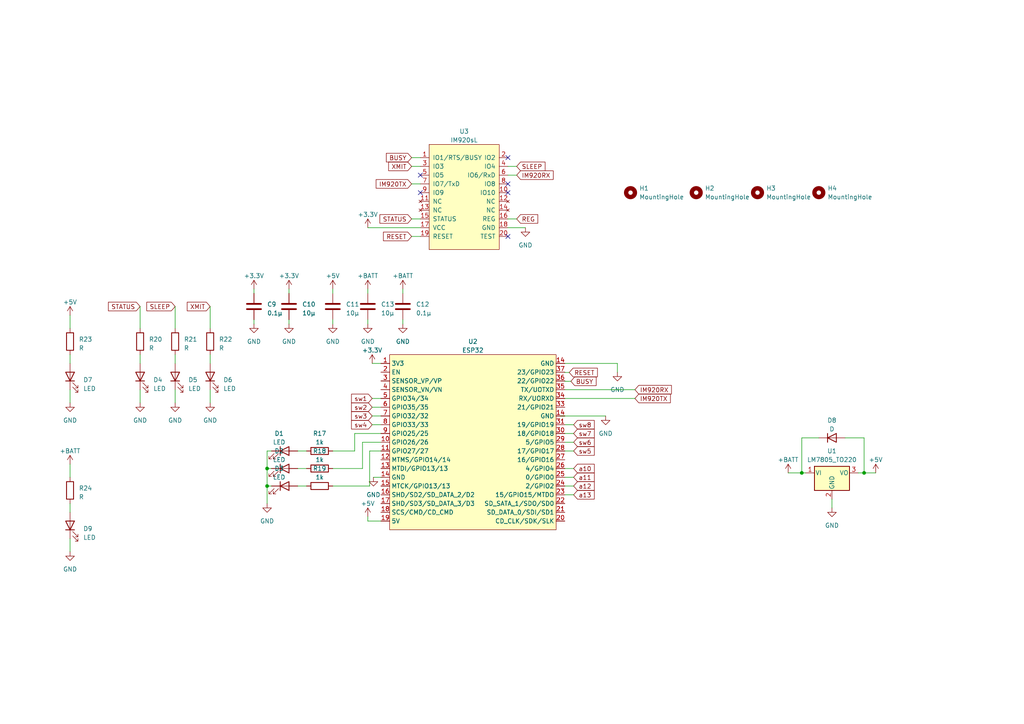
<source format=kicad_sch>
(kicad_sch (version 20230121) (generator eeschema)
  (paper "A4")
  (lib_symbols
    (symbol "Device:C" (pin_numbers hide) (pin_names (offset 0.254))
      (property "Reference" "C" (at 0.635 2.54 0))
      (property "Value" "C" (at 0.635 -2.54 0))
      (symbol "C_0_1"
        (polyline (pts (xy -2.032 -0.762) (xy 2.032 -0.762)) (stroke (width 0.508)))
        (polyline (pts (xy -2.032 0.762) (xy 2.032 0.762)) (stroke (width 0.508)))
      )
      (symbol "C_1_1"
        (pin passive line (at 0 3.81 270) (length 2.794) (name "~") (number "1"))
        (pin passive line (at 0 -3.81 90) (length 2.794) (name "~") (number "2"))
      )
    )
    (symbol "Device:D" (pin_numbers hide) (pin_names (offset 1.016) hide)
      (property "Reference" "D" (at 0 2.54 0))
      (property "Value" "D" (at 0 -2.54 0))
      (symbol "D_0_1"
        (polyline (pts (xy -1.27 1.27) (xy -1.27 -1.27)) (stroke (width 0.254)))
        (polyline (pts (xy 1.27 0) (xy -1.27 0)))
        (polyline (pts (xy 1.27 1.27) (xy 1.27 -1.27) (xy -1.27 0) (xy 1.27 1.27)) (stroke (width 0.254)))
      )
      (symbol "D_1_1"
        (pin passive line (at -3.81 0 0) (length 2.54) (name "K") (number "1"))
        (pin passive line (at 3.81 0 180) (length 2.54) (name "A") (number "2"))
      )
    )
    (symbol "Device:LED" (pin_numbers hide) (pin_names (offset 1.016) hide)
      (property "Reference" "D" (at 0 2.54 0))
      (property "Value" "LED" (at 0 -2.54 0))
      (symbol "LED_0_1"
        (polyline (pts (xy -1.27 -1.27) (xy -1.27 1.27)) (stroke (width 0.254)))
        (polyline (pts (xy -1.27 0) (xy 1.27 0)))
        (polyline (pts (xy 1.27 -1.27) (xy 1.27 1.27) (xy -1.27 0) (xy 1.27 -1.27)) (stroke (width 0.254)))
        (polyline (pts (xy -3.048 -0.762) (xy -4.572 -2.286) (xy -3.81 -2.286) (xy -4.572 -2.286) (xy -4.572 -1.524)))
        (polyline (pts (xy -1.778 -0.762) (xy -3.302 -2.286) (xy -2.54 -2.286) (xy -3.302 -2.286) (xy -3.302 -1.524)))
      )
      (symbol "LED_1_1"
        (pin passive line (at -3.81 0 0) (length 2.54) (name "K") (number "1"))
        (pin passive line (at 3.81 0 180) (length 2.54) (name "A") (number "2"))
      )
    )
    (symbol "Device:R" (pin_numbers hide) (pin_names (offset 0))
      (property "Reference" "R" (at 2.032 0 90))
      (property "Value" "R" (at 0 0 90))
      (symbol "R_0_1"
        (rectangle (start -1.016 -2.54) (end 1.016 2.54) (stroke (width 0.254)))
      )
      (symbol "R_1_1"
        (pin passive line (at 0 3.81 270) (length 1.27) (name "~") (number "1"))
        (pin passive line (at 0 -3.81 90) (length 1.27) (name "~") (number "2"))
      )
    )
    (symbol "ESP32:ESP32"
      (property "Reference" "U" (at 0 0 0))
      (property "Value" "ESP32" (at 0 0 0))
      (symbol "ESP32_1_1"
        (rectangle (start -24.13 24.13) (end 24.13 -26.67) (fill (type background)))
        (pin power_out line (at -26.67 21.59 0) (length 2.54) (name "3V3") (number "1"))
        (pin bidirectional line (at -26.67 -1.27 0) (length 2.54) (name "GPIO26/26") (number "10"))
        (pin bidirectional line (at -26.67 -3.81 0) (length 2.54) (name "GPIO27/27") (number "11"))
        (pin bidirectional line (at -26.67 -6.35 0) (length 2.54) (name "MTMS/GPIO14/14") (number "12"))
        (pin bidirectional line (at -26.67 -8.89 0) (length 2.54) (name "MTDI/GPIO13/13") (number "13"))
        (pin power_out line (at -26.67 -11.43 0) (length 2.54) (name "GND") (number "14"))
        (pin power_out line (at 26.67 6.35 180) (length 2.54) (name "GND") (number "14"))
        (pin power_out line (at 26.67 21.59 180) (length 2.54) (name "GND") (number "14"))
        (pin bidirectional line (at -26.67 -13.97 0) (length 2.54) (name "MTCK/GPIO13/13") (number "15"))
        (pin bidirectional line (at -26.67 -16.51 0) (length 2.54) (name "SHD/SD2/SD_DATA_2/D2") (number "16"))
        (pin bidirectional line (at -26.67 -19.05 0) (length 2.54) (name "SHD/SD3/SD_DATA_3/D3") (number "17"))
        (pin bidirectional line (at -26.67 -21.59 0) (length 2.54) (name "SCS/CMD/CD_CMD") (number "18"))
        (pin power_out line (at -26.67 -24.13 0) (length 2.54) (name "5V") (number "19"))
        (pin input line (at -26.67 19.05 0) (length 2.54) (name "EN") (number "2"))
        (pin bidirectional line (at 26.67 -24.13 180) (length 2.54) (name "CD_CLK/SDK/SLK") (number "20"))
        (pin bidirectional line (at 26.67 -21.59 180) (length 2.54) (name "SD_DATA_0/SDI/SD1") (number "21"))
        (pin bidirectional line (at 26.67 -19.05 180) (length 2.54) (name "SD_SATA_1/SDO/SD0") (number "22"))
        (pin bidirectional line (at 26.67 -16.51 180) (length 2.54) (name "15/GPIO15/MTDO") (number "23"))
        (pin bidirectional line (at 26.67 -13.97 180) (length 2.54) (name "2/GPIO2") (number "24"))
        (pin bidirectional line (at 26.67 -11.43 180) (length 2.54) (name "0/GPIO0") (number "25"))
        (pin bidirectional line (at 26.67 -8.89 180) (length 2.54) (name "4/GPIO4") (number "26"))
        (pin bidirectional line (at 26.67 -6.35 180) (length 2.54) (name "16/GPIO16") (number "27"))
        (pin bidirectional line (at 26.67 -3.81 180) (length 2.54) (name "17/GPIO17") (number "28"))
        (pin bidirectional line (at 26.67 -1.27 180) (length 2.54) (name "5/GPIO5") (number "29"))
        (pin input line (at -26.67 16.51 0) (length 2.54) (name "SENSOR_VP/VP") (number "3"))
        (pin bidirectional line (at 26.67 1.27 180) (length 2.54) (name "18/GPIO18") (number "30"))
        (pin bidirectional line (at 26.67 3.81 180) (length 2.54) (name "19/GPIO19") (number "31"))
        (pin bidirectional line (at 26.67 8.89 180) (length 2.54) (name "21/GPIO21") (number "33"))
        (pin bidirectional line (at 26.67 11.43 180) (length 2.54) (name "RX/UORXD") (number "34"))
        (pin bidirectional line (at 26.67 13.97 180) (length 2.54) (name "TX/UOTXD") (number "35"))
        (pin bidirectional line (at 26.67 16.51 180) (length 2.54) (name "22/GPIO22") (number "36"))
        (pin bidirectional line (at 26.67 19.05 180) (length 2.54) (name "23/GPIO23") (number "37"))
        (pin input line (at -26.67 13.97 0) (length 2.54) (name "SENSOR_VN/VN") (number "4"))
        (pin bidirectional line (at -26.67 11.43 0) (length 2.54) (name "GPIO34/34") (number "5"))
        (pin bidirectional line (at -26.67 8.89 0) (length 2.54) (name "GPIO35/35") (number "6"))
        (pin bidirectional line (at -26.67 6.35 0) (length 2.54) (name "GPIO32/32") (number "7"))
        (pin bidirectional line (at -26.67 3.81 0) (length 2.54) (name "GPIO33/33") (number "8"))
        (pin bidirectional line (at -26.67 1.27 0) (length 2.54) (name "GPIO25/25") (number "9"))
      )
    )
    (symbol "Mechanical:MountingHole" (pin_names (offset 1.016))
      (property "Reference" "H" (at 0 5.08 0))
      (property "Value" "MountingHole" (at 0 3.175 0))
      (symbol "MountingHole_0_1"
        (circle (center 0 0) (radius 1.27) (stroke (width 1.27)))
      )
    )
    (symbol "Regulator_Linear:LM7805_TO220" (pin_names (offset 0.254))
      (property "Reference" "U" (at -3.81 3.175 0))
      (property "Value" "LM7805_TO220" (at 0 3.175 0))
      (symbol "LM7805_TO220_0_1"
        (rectangle (start -5.08 1.905) (end 5.08 -5.08) (stroke (width 0.254)) (fill (type background)))
      )
      (symbol "LM7805_TO220_1_1"
        (pin power_in line (at -7.62 0 0) (length 2.54) (name "VI") (number "1"))
        (pin power_in line (at 0 -7.62 90) (length 2.54) (name "GND") (number "2"))
        (pin power_out line (at 7.62 0 180) (length 2.54) (name "VO") (number "3"))
      )
    )
    (symbol "Switch:SW_DIP_x01" (pin_names (offset 0) hide)
      (property "Reference" "SW" (at 0 3.81 0))
      (property "Value" "SW_DIP_x01" (at 0 -3.81 0))
      (symbol "SW_DIP_x01_0_0"
        (circle (center -2.032 0) (radius 0.508))
        (polyline (pts (xy -1.524 0.127) (xy 2.3622 1.1684)))
        (circle (center 2.032 0) (radius 0.508))
      )
      (symbol "SW_DIP_x01_0_1"
        (rectangle (start -3.81 2.54) (end 3.81 -2.54) (stroke (width 0.254)) (fill (type background)))
      )
      (symbol "SW_DIP_x01_1_1"
        (pin passive line (at -7.62 0 0) (length 5.08) (name "~") (number "1"))
        (pin passive line (at 7.62 0 180) (length 5.08) (name "~") (number "2"))
      )
    )
    (symbol "interplan:IM920sL" (pin_names (offset 1.016))
      (property "Reference" "U" (at 0 15.24 0))
      (property "Value" "IM920sL" (at 0 -17.78 0))
      (symbol "IM920sL_0_1"
        (rectangle (start -10.16 13.97) (end 10.16 -16.51) (fill (type background)))
      )
      (symbol "IM920sL_1_1"
        (pin input line (at -12.7 10.16 0) (length 2.54) (name "IO1/RTS/BUSY") (number "1"))
        (pin input line (at 12.7 0 180) (length 2.54) (name "IO10") (number "10"))
        (pin no_connect line (at -12.7 -2.54 0) (length 2.54) (name "NC") (number "11"))
        (pin no_connect line (at 12.7 -2.54 180) (length 2.54) (name "NC") (number "12"))
        (pin no_connect line (at -12.7 -5.08 0) (length 2.54) (name "NC") (number "13"))
        (pin no_connect line (at 12.7 -5.08 180) (length 2.54) (name "NC") (number "14"))
        (pin input line (at -12.7 -7.62 0) (length 2.54) (name "STATUS") (number "15"))
        (pin input line (at 12.7 -7.62 180) (length 2.54) (name "REG") (number "16"))
        (pin input line (at -12.7 -10.16 0) (length 2.54) (name "VCC") (number "17"))
        (pin input line (at 12.7 -10.16 180) (length 2.54) (name "GND") (number "18"))
        (pin input line (at -12.7 -12.7 0) (length 2.54) (name "RESET") (number "19"))
        (pin input line (at 12.7 10.16 180) (length 2.54) (name "IO2") (number "2"))
        (pin input line (at 12.7 -12.7 180) (length 2.54) (name "TEST") (number "20"))
        (pin input line (at -12.7 7.62 0) (length 2.54) (name "IO3") (number "3"))
        (pin input line (at 12.7 7.62 180) (length 2.54) (name "IO4") (number "4"))
        (pin input line (at -12.7 5.08 0) (length 2.54) (name "IO5") (number "5"))
        (pin input line (at 12.7 5.08 180) (length 2.54) (name "IO6/RxD") (number "6"))
        (pin input line (at -12.7 2.54 0) (length 2.54) (name "IO7/TxD") (number "7"))
        (pin input line (at 12.7 2.54 180) (length 2.54) (name "IO8") (number "8"))
        (pin input line (at -12.7 0 0) (length 2.54) (name "IO9") (number "9"))
      )
    )
    (symbol "power:+3.3V" (power) (pin_names (offset 0))
      (property "Value" "+3.3V" (at 0 3.556 0))
      (symbol "+3.3V_0_1"
        (polyline (pts (xy -0.762 1.27) (xy 0 2.54)))
        (polyline (pts (xy 0 0) (xy 0 2.54)))
        (polyline (pts (xy 0 2.54) (xy 0.762 1.27)))
      )
      (symbol "+3.3V_1_1"
        (pin power_in line (at 0 0 90) (length 0) hide (name "+3.3V") (number "1"))
      )
    )
    (symbol "power:+5V" (power) (pin_names (offset 0))
      (property "Value" "+5V" (at 0 3.556 0))
      (symbol "+5V_0_1"
        (polyline (pts (xy -0.762 1.27) (xy 0 2.54)))
        (polyline (pts (xy 0 0) (xy 0 2.54)))
        (polyline (pts (xy 0 2.54) (xy 0.762 1.27)))
      )
      (symbol "+5V_1_1"
        (pin power_in line (at 0 0 90) (length 0) hide (name "+5V") (number "1"))
      )
    )
    (symbol "power:+BATT" (power) (pin_names (offset 0))
      (property "Value" "+BATT" (at 0 3.556 0))
      (symbol "+BATT_0_1"
        (polyline (pts (xy -0.762 1.27) (xy 0 2.54)))
        (polyline (pts (xy 0 0) (xy 0 2.54)))
        (polyline (pts (xy 0 2.54) (xy 0.762 1.27)))
      )
      (symbol "+BATT_1_1"
        (pin power_in line (at 0 0 90) (length 0) hide (name "+BATT") (number "1"))
      )
    )
    (symbol "power:GND" (power) (pin_names (offset 0))
      (property "Value" "GND" (at 0 -3.81 0))
      (symbol "GND_0_1"
        (polyline (pts (xy 0 0) (xy 0 -1.27) (xy 1.27 -1.27) (xy 0 -2.54) (xy -1.27 -1.27) (xy 0 -1.27)))
      )
      (symbol "GND_1_1"
        (pin power_in line (at 0 0 270) (length 0) hide (name "GND") (number "1"))
      )
    )
    (symbol "s-ken:TOGGLE"
      (property "Reference" "SW" (at -6.731 -2.667 90))
      (property "Value" "TOGGLE" (at 4.953 -5.08 90))
      (symbol "TOGGLE_1_0"
        (polyline (pts (xy -6.35 -1.905) (xy -5.08 -1.905)) (stroke (width 0.254)))
        (polyline (pts (xy -6.35 0) (xy -6.35 -1.905)) (stroke (width 0.254)))
        (polyline (pts (xy -6.35 0) (xy -4.445 0)) (stroke (width 0.1524)))
        (polyline (pts (xy -6.35 1.905) (xy -6.35 0)) (stroke (width 0.254)))
        (polyline (pts (xy -6.35 1.905) (xy -5.08 1.905)) (stroke (width 0.254)))
        (polyline (pts (xy -3.175 0) (xy -3.81 0)) (stroke (width 0.1524)))
        (polyline (pts (xy -2.54 2.54) (xy -2.54 3.175)) (stroke (width 0.254)))
        (polyline (pts (xy -2.54 2.54) (xy -1.27 2.54)) (stroke (width 0.254)))
        (polyline (pts (xy -1.905 0) (xy -2.54 0)) (stroke (width 0.1524)))
        (polyline (pts (xy -0.889 0) (xy -1.27 0)) (stroke (width 0.1524)))
        (polyline (pts (xy 0 -3.175) (xy 0 -2.54)) (stroke (width 0.254)))
        (polyline (pts (xy 0 -2.54) (xy -1.905 3.175)) (stroke (width 0.254)))
        (polyline (pts (xy 1.27 2.54) (xy 2.54 2.54)) (stroke (width 0.254)))
        (polyline (pts (xy 2.54 2.54) (xy 2.54 3.175)) (stroke (width 0.254)))
        (pin passive line (at -2.54 5.08 270) (length 2.54) (name "O") (number "1"))
        (pin passive line (at 0 -5.08 90) (length 2.54) (name "P") (number "2"))
        (pin passive line (at 2.54 5.08 270) (length 2.54) (name "S") (number "3"))
      )
    )
  )
  (junction (at 332.74 204.47))
  (junction (at 77.47 140.97))
  (junction (at 335.28 -6.35))
  (junction (at 77.47 135.89))
  (junction (at 335.28 -52.07))
  (junction (at 332.74 254))
  (junction (at 335.28 36.83))
  (junction (at 332.74 162.56))
  (junction (at 232.5516 137.16))
  (junction (at 250.6234 137.16))
  (junction (at 334.01 81.28))
  (junction (at 332.74 120.65))
  (no_connect (at 121.92 50.8))
  (no_connect (at 147.32 68.58))
  (no_connect (at 121.92 55.88))
  (no_connect (at 147.32 45.72))
  (no_connect (at 147.32 55.88))
  (no_connect (at 147.32 53.34))
  (wire (pts (xy 106.68 149.86) (xy 106.68 151.13)))
  (wire (pts (xy 86.36 130.81) (xy 88.9 130.81)))
  (wire (pts (xy 165.1 108.0355) (xy 163.83 108.0355)))
  (wire (pts (xy 331.47 -6.35) (xy 335.28 -6.35)))
  (wire (pts (xy 237.49 127) (xy 232.5516 127)))
  (wire (pts (xy 162.56 120.6539) (xy 162.56 120.65)))
  (wire (pts (xy 96.52 140.97) (xy 107.2172 140.97)))
  (wire (pts (xy 60.96 102.87) (xy 60.96 105.41)))
  (wire (pts (xy 332.74 254) (xy 336.55 254)))
  (wire (pts (xy 96.52 135.89) (xy 105.1439 135.89)))
  (wire (pts (xy 335.28 -6.35) (xy 339.09 -6.35)))
  (wire (pts (xy 307.34 -49.53) (xy 307.34 -52.07)))
  (wire (pts (xy 334.01 81.28) (xy 334.01 86.36)))
  (wire (pts (xy 163.83 128.27) (xy 166.37 128.27)))
  (wire (pts (xy 116.84 83.82) (xy 116.84 85.09)))
  (wire (pts (xy 346.71 -6.35) (xy 349.25 -6.35)))
  (wire (pts (xy 106.68 83.82) (xy 106.68 85.09)))
  (wire (pts (xy 107.2172 140.97) (xy 107.2172 130.81)))
  (wire (pts (xy 163.83 130.81) (xy 166.37 130.81)))
  (wire (pts (xy 86.36 140.97) (xy 88.9 140.97)))
  (wire (pts (xy 332.74 177.8) (xy 332.74 175.26)))
  (wire (pts (xy 107.2172 130.81) (xy 110.49 130.81)))
  (wire (pts (xy 107.95 120.65) (xy 110.49 120.65)))
  (wire (pts (xy 232.5516 127) (xy 232.5516 137.16)))
  (wire (pts (xy 96.52 83.82) (xy 96.52 85.09)))
  (wire (pts (xy 163.83 105.41) (xy 179.07 105.41)))
  (wire (pts (xy 111.0782 138.43) (xy 110.49 138.43)))
  (wire (pts (xy 96.52 92.71) (xy 96.52 93.98)))
  (wire (pts (xy 304.8 123.19) (xy 304.8 120.65)))
  (wire (pts (xy 119.38 53.34) (xy 121.92 53.34)))
  (wire (pts (xy 163.83 143.51) (xy 166.37 143.51)))
  (wire (pts (xy 335.28 -6.35) (xy 335.28 -1.27)))
  (wire (pts (xy 232.5516 137.16) (xy 233.68 137.16)))
  (wire (pts (xy 105.1439 128.27) (xy 110.49 128.27)))
  (wire (pts (xy 332.74 269.24) (xy 332.74 266.7)))
  (wire (pts (xy 111.0782 138.4339) (xy 111.0782 138.43)))
  (wire (pts (xy 245.11 127) (xy 250.6234 127)))
  (wire (pts (xy 331.47 36.83) (xy 335.28 36.83)))
  (wire (pts (xy 147.32 50.8) (xy 149.86 50.8)))
  (wire (pts (xy 73.66 83.82) (xy 73.66 85.09)))
  (wire (pts (xy 335.28 36.83) (xy 335.28 41.91)))
  (wire (pts (xy 163.83 135.89) (xy 166.37 135.89)))
  (wire (pts (xy 20.32 113.03) (xy 20.32 116.84)))
  (wire (pts (xy 107.95 115.57) (xy 110.49 115.57)))
  (wire (pts (xy 77.47 140.97) (xy 78.74 140.97)))
  (wire (pts (xy 77.47 146.05) (xy 77.47 140.97)))
  (wire (pts (xy 344.17 204.47) (xy 345.44 204.47)))
  (wire (pts (xy 119.38 48.26) (xy 121.92 48.26)))
  (wire (pts (xy 320.04 204.47) (xy 321.31 204.47)))
  (wire (pts (xy 306.07 83.82) (xy 306.07 81.28)))
  (wire (pts (xy 332.74 219.71) (xy 332.74 217.17)))
  (wire (pts (xy 332.74 120.65) (xy 332.74 125.73)))
  (wire (pts (xy 149.86 48.26) (xy 147.32 48.26)))
  (wire (pts (xy 96.52 130.81) (xy 102.87 130.81)))
  (wire (pts (xy 335.28 -36.83) (xy 335.28 -39.37)))
  (wire (pts (xy 50.8 88.9) (xy 50.8 95.25)))
  (wire (pts (xy 73.66 92.71) (xy 73.66 93.98)))
  (wire (pts (xy 83.82 92.71) (xy 83.82 93.98)))
  (wire (pts (xy 60.96 88.9) (xy 60.96 95.25)))
  (wire (pts (xy 119.38 63.5) (xy 121.92 63.5)))
  (wire (pts (xy 345.44 81.28) (xy 347.98 81.28)))
  (wire (pts (xy 344.17 254) (xy 346.71 254)))
  (wire (pts (xy 331.47 -52.07) (xy 335.28 -52.07)))
  (wire (pts (xy 162.56 120.65) (xy 163.83 120.65)))
  (wire (pts (xy 163.83 110.5904) (xy 163.83 110.49)))
  (wire (pts (xy 40.64 88.9) (xy 40.64 95.25)))
  (wire (pts (xy 344.17 162.56) (xy 345.44 162.56)))
  (wire (pts (xy 102.87 125.73) (xy 110.49 125.73)))
  (wire (pts (xy 106.68 151.13) (xy 110.49 151.13)))
  (wire (pts (xy 108.311 138.4339) (xy 111.0782 138.4339)))
  (wire (pts (xy 328.93 120.65) (xy 332.74 120.65)))
  (wire (pts (xy 335.28 36.83) (xy 339.09 36.83)))
  (wire (pts (xy 107.95 118.11) (xy 110.49 118.11)))
  (wire (pts (xy 105.1439 135.89) (xy 105.1439 128.27)))
  (wire (pts (xy 332.74 204.47) (xy 332.74 209.55)))
  (wire (pts (xy 40.64 113.03) (xy 40.64 116.84)))
  (wire (pts (xy 119.38 68.58) (xy 121.92 68.58)))
  (wire (pts (xy 250.6234 137.16) (xy 254 137.16)))
  (wire (pts (xy 163.83 138.43) (xy 166.37 138.43)))
  (wire (pts (xy 248.92 137.16) (xy 250.6234 137.16)))
  (wire (pts (xy 163.83 140.97) (xy 166.37 140.97)))
  (wire (pts (xy 335.28 -52.07) (xy 339.09 -52.07)))
  (wire (pts (xy 60.96 113.03) (xy 60.96 116.84)))
  (wire (pts (xy 332.74 120.65) (xy 336.55 120.65)))
  (wire (pts (xy 332.74 254) (xy 332.74 259.08)))
  (wire (pts (xy 332.74 204.47) (xy 336.55 204.47)))
  (wire (pts (xy 163.83 123.19) (xy 166.37 123.19)))
  (wire (pts (xy 165.5781 110.5904) (xy 163.83 110.5904)))
  (wire (pts (xy 308.61 259.08) (xy 308.61 256.54)))
  (wire (pts (xy 110.49 105.41) (xy 107.95 105.41)))
  (wire (pts (xy 83.82 83.82) (xy 83.82 85.09)))
  (wire (pts (xy 102.87 130.81) (xy 102.87 125.73)))
  (wire (pts (xy 328.93 162.56) (xy 332.74 162.56)))
  (wire (pts (xy 147.32 66.04) (xy 152.4 66.04)))
  (wire (pts (xy 106.68 66.04) (xy 121.92 66.04)))
  (wire (pts (xy 320.04 120.65) (xy 321.31 120.65)))
  (wire (pts (xy 20.32 156.21) (xy 20.32 160.02)))
  (wire (pts (xy 175.6581 120.6539) (xy 162.56 120.6539)))
  (wire (pts (xy 321.31 81.28) (xy 322.58 81.28)))
  (wire (pts (xy 77.47 135.89) (xy 77.47 130.81)))
  (wire (pts (xy 318.77 254) (xy 321.31 254)))
  (wire (pts (xy 328.93 204.47) (xy 332.74 204.47)))
  (wire (pts (xy 322.58 -52.07) (xy 323.85 -52.07)))
  (wire (pts (xy 86.36 135.89) (xy 88.9 135.89)))
  (wire (pts (xy 20.32 134.62) (xy 20.32 138.43)))
  (wire (pts (xy 250.6234 127) (xy 250.6234 137.16)))
  (wire (pts (xy 228.6 137.16) (xy 232.5516 137.16)))
  (wire (pts (xy 334.01 96.52) (xy 334.01 93.98)))
  (wire (pts (xy 332.74 162.56) (xy 336.55 162.56)))
  (wire (pts (xy 346.71 36.83) (xy 349.25 36.83)))
  (wire (pts (xy 304.8 207.01) (xy 304.8 204.47)))
  (wire (pts (xy 322.58 36.83) (xy 323.85 36.83)))
  (wire (pts (xy 50.8 102.87) (xy 50.8 105.41)))
  (wire (pts (xy 163.83 113.03) (xy 184.15 113.03)))
  (wire (pts (xy 334.01 81.28) (xy 337.82 81.28)))
  (wire (pts (xy 320.04 162.56) (xy 321.31 162.56)))
  (wire (pts (xy 346.71 -52.07) (xy 349.25 -52.07)))
  (wire (pts (xy 149.86 63.5) (xy 147.32 63.5)))
  (wire (pts (xy 77.47 130.81) (xy 78.74 130.81)))
  (wire (pts (xy 332.74 135.89) (xy 332.74 133.35)))
  (wire (pts (xy 307.34 -3.81) (xy 307.34 -6.35)))
  (wire (pts (xy 163.83 108.0355) (xy 163.83 107.95)))
  (wire (pts (xy 77.47 135.89) (xy 78.74 135.89)))
  (wire (pts (xy 163.83 125.73) (xy 166.37 125.73)))
  (wire (pts (xy 20.32 91.44) (xy 20.32 95.25)))
  (wire (pts (xy 179.07 105.41) (xy 179.07 107.95)))
  (wire (pts (xy 322.58 -6.35) (xy 323.85 -6.35)))
  (wire (pts (xy 241.3 144.78) (xy 241.3 147.32)))
  (wire (pts (xy 119.38 45.72) (xy 121.92 45.72)))
  (wire (pts (xy 40.64 102.87) (xy 40.64 105.41)))
  (wire (pts (xy 307.34 39.37) (xy 307.34 36.83)))
  (wire (pts (xy 328.93 254) (xy 332.74 254)))
  (wire (pts (xy 304.8 165.1) (xy 304.8 162.56)))
  (wire (pts (xy 163.83 115.57) (xy 184.15 115.57)))
  (wire (pts (xy 116.84 92.71) (xy 116.84 93.98)))
  (wire (pts (xy 335.28 -52.07) (xy 335.28 -46.99)))
  (wire (pts (xy 332.74 162.56) (xy 332.74 167.64)))
  (wire (pts (xy 335.28 52.07) (xy 335.28 49.53)))
  (wire (pts (xy 330.2 81.28) (xy 334.01 81.28)))
  (wire (pts (xy 20.32 146.05) (xy 20.32 148.59)))
  (wire (pts (xy 50.8 113.03) (xy 50.8 116.84)))
  (wire (pts (xy 106.68 92.71) (xy 106.68 93.98)))
  (wire (pts (xy 335.28 8.89) (xy 335.28 6.35)))
  (wire (pts (xy 107.95 123.19) (xy 110.49 123.19)))
  (wire (pts (xy 77.47 140.97) (xy 77.47 135.89)))
  (wire (pts (xy 20.32 102.87) (xy 20.32 105.41)))
  (wire (pts (xy 344.17 120.65) (xy 346.71 120.65)))
  (global_label "sw7" (shape input) (at 166.37 125.73 0) (property "Intersheetrefs" "${INTERSHEET_REFS}" (effects hide)))
  (global_label "a12" (shape input) (at 166.37 140.97 0) (property "Intersheetrefs" "${INTERSHEET_REFS}" (effects hide)))
  (global_label "sw1" (shape input) (at 349.25 -52.07 0) (property "Intersheetrefs" "${INTERSHEET_REFS}" (effects hide)))
  (global_label "sw4" (shape input) (at 107.95 123.19 180) (property "Intersheetrefs" "${INTERSHEET_REFS}" (effects hide)))
  (global_label "REG" (shape input) (at 149.86 63.5 0) (property "Intersheetrefs" "${INTERSHEET_REFS}" (effects hide)))
  (global_label "XMIT" (shape input) (at 60.96 88.9 180) (property "Intersheetrefs" "${INTERSHEET_REFS}" (effects hide)))
  (global_label "a11" (shape input) (at 166.37 138.43 0) (property "Intersheetrefs" "${INTERSHEET_REFS}" (effects hide)))
  (global_label "sw1" (shape input) (at 107.95 115.57 180) (property "Intersheetrefs" "${INTERSHEET_REFS}" (effects hide)))
  (global_label "sw2" (shape input) (at 107.95 118.11 180) (property "Intersheetrefs" "${INTERSHEET_REFS}" (effects hide)))
  (global_label "sw7" (shape input) (at 345.44 162.56 0) (property "Intersheetrefs" "${INTERSHEET_REFS}" (effects hide)))
  (global_label "IM920RX" (shape input) (at 184.15 113.03 0) (property "Intersheetrefs" "${INTERSHEET_REFS}" (effects hide)))
  (global_label "IM920TX" (shape input) (at 184.15 115.57 0) (property "Intersheetrefs" "${INTERSHEET_REFS}" (effects hide)))
  (global_label "sw2" (shape input) (at 349.25 -6.35 0) (property "Intersheetrefs" "${INTERSHEET_REFS}" (effects hide)))
  (global_label "RESET" (shape input) (at 119.38 68.58 180) (property "Intersheetrefs" "${INTERSHEET_REFS}" (effects hide)))
  (global_label "sw4" (shape input) (at 347.98 81.28 0) (property "Intersheetrefs" "${INTERSHEET_REFS}" (effects hide)))
  (global_label "sw3" (shape input) (at 107.95 120.65 180) (property "Intersheetrefs" "${INTERSHEET_REFS}" (effects hide)))
  (global_label "BUSY" (shape input) (at 165.5781 110.5904 0) (property "Intersheetrefs" "${INTERSHEET_REFS}" (effects hide)))
  (global_label "sw6" (shape input) (at 166.37 128.27 0) (property "Intersheetrefs" "${INTERSHEET_REFS}" (effects hide)))
  (global_label "sw5" (shape input) (at 346.71 254 0) (property "Intersheetrefs" "${INTERSHEET_REFS}" (effects hide)))
  (global_label "sw5" (shape input) (at 166.37 130.81 0) (property "Intersheetrefs" "${INTERSHEET_REFS}" (effects hide)))
  (global_label "SLEEP" (shape input) (at 50.8 88.9 180) (property "Intersheetrefs" "${INTERSHEET_REFS}" (effects hide)))
  (global_label "BUSY" (shape input) (at 119.38 45.72 180) (property "Intersheetrefs" "${INTERSHEET_REFS}" (effects hide)))
  (global_label "STATUS" (shape input) (at 40.64 88.9 180) (property "Intersheetrefs" "${INTERSHEET_REFS}" (effects hide)))
  (global_label "SLEEP" (shape input) (at 149.86 48.26 0) (property "Intersheetrefs" "${INTERSHEET_REFS}" (effects hide)))
  (global_label "a10" (shape input) (at 166.37 135.89 0) (property "Intersheetrefs" "${INTERSHEET_REFS}" (effects hide)))
  (global_label "sw3" (shape input) (at 349.25 36.83 0) (property "Intersheetrefs" "${INTERSHEET_REFS}" (effects hide)))
  (global_label "IM920RX" (shape input) (at 149.86 50.8 0) (property "Intersheetrefs" "${INTERSHEET_REFS}" (effects hide)))
  (global_label "sw8" (shape input) (at 345.44 204.47 0) (property "Intersheetrefs" "${INTERSHEET_REFS}" (effects hide)))
  (global_label "RESET" (shape input) (at 165.1 108.0355 0) (property "Intersheetrefs" "${INTERSHEET_REFS}" (effects hide)))
  (global_label "sw6" (shape input) (at 346.71 120.65 0) (property "Intersheetrefs" "${INTERSHEET_REFS}" (effects hide)))
  (global_label "STATUS" (shape input) (at 119.38 63.5 180) (property "Intersheetrefs" "${INTERSHEET_REFS}" (effects hide)))
  (global_label "sw8" (shape input) (at 166.37 123.19 0) (property "Intersheetrefs" "${INTERSHEET_REFS}" (effects hide)))
  (global_label "IM920TX" (shape input) (at 119.38 53.34 180) (property "Intersheetrefs" "${INTERSHEET_REFS}" (effects hide)))
  (global_label "a13" (shape input) (at 166.37 143.51 0) (property "Intersheetrefs" "${INTERSHEET_REFS}" (effects hide)))
  (global_label "XMIT" (shape input) (at 119.38 48.26 180) (property "Intersheetrefs" "${INTERSHEET_REFS}" (effects hide)))
  (symbol (lib_id "interplan:IM920sL") (at 134.62 55.88 0) (unit 1)
    (property "Reference" "U3" (at 134.62 38.1 0))
    (property "Value" "IM920sL" (at 134.62 40.64 0))
    (property "Footprint" "interplan:IM920c-ADP_1" (effects hide))
  )
  (symbol (lib_id "ESP32:ESP32") (at 137.16 127 0) (unit 1)
    (property "Reference" "U2" (at 137.16 99.06 0))
    (property "Value" "ESP32" (at 137.16 101.6 0))
    (property "Footprint" "Boad_dev:ESP32-DevKitC" (effects hide))
  )
  (symbol (lib_id "Device:C") (at 96.52 88.9 0) (unit 1)
    (property "Reference" "C11" (at 100.33 88.265 0) (effects (justify left)))
    (property "Value" "10μ" (at 100.33 90.805 0) (effects (justify left)))
    (property "Footprint" "Capacitor_THT:C_Disc_D3.0mm_W1.6mm_P2.50mm" (effects hide))
  )
  (symbol (lib_id "Device:R") (at 342.9 36.83 270) (unit 1)
    (property "Reference" "R6" (at 342.9 31.75 90))
    (property "Value" "1k" (at 342.9 34.29 90))
    (property "Footprint" "Resistor_THT:R_Axial_DIN0204_L3.6mm_D1.6mm_P7.62mm_Horizontal" (effects hide))
  )
  (symbol (lib_id "power:+BATT") (at 228.6 137.16 0) (unit 1)
    (property "Reference" "#PWR036" (effects hide))
    (property "Value" "+BATT" (at 228.6 133.35 0))
  )
  (symbol (lib_id "power:GND") (at 332.74 269.24 0) (unit 1)
    (property "Reference" "#PWR021" (effects hide))
    (property "Value" "GND" (at 332.74 274.32 0))
  )
  (symbol (lib_id "Device:R") (at 325.12 162.56 90) (unit 1)
    (property "Reference" "R11" (at 325.12 157.48 90))
    (property "Value" "100" (at 325.12 160.02 90))
    (property "Footprint" "Resistor_THT:R_Axial_DIN0204_L3.6mm_D1.6mm_P7.62mm_Horizontal" (effects hide))
  )
  (symbol (lib_id "power:GND") (at 116.84 93.98 0) (unit 1)
    (property "Reference" "#PWR040" (effects hide))
    (property "Value" "GND" (at 116.84 99.06 0))
  )
  (symbol (lib_id "Device:R") (at 340.36 204.47 270) (unit 1)
    (property "Reference" "R14" (at 340.36 199.39 90))
    (property "Value" "1k" (at 340.36 201.93 90))
    (property "Footprint" "Resistor_THT:R_Axial_DIN0204_L3.6mm_D1.6mm_P7.62mm_Horizontal" (effects hide))
  )
  (symbol (lib_id "Device:LED") (at 60.96 109.22 90) (unit 1)
    (property "Reference" "D6" (at 64.77 110.1725 90) (effects (justify right)))
    (property "Value" "LED" (at 64.77 112.7125 90) (effects (justify right)))
    (property "Footprint" "LED_THT:LED_D3.0mm" (effects hide))
  )
  (symbol (lib_id "Device:R") (at 92.71 130.81 270) (unit 1)
    (property "Reference" "R17" (at 92.71 125.73 90))
    (property "Value" "1k" (at 92.71 128.27 90))
    (property "Footprint" "Resistor_THT:R_Axial_DIN0204_L3.6mm_D1.6mm_P7.62mm_Horizontal" (effects hide))
  )
  (symbol (lib_id "power:+BATT") (at 106.68 83.82 0) (unit 1)
    (property "Reference" "#PWR041" (effects hide))
    (property "Value" "+BATT" (at 106.68 80.01 0))
  )
  (symbol (lib_id "power:GND") (at 332.74 219.71 0) (unit 1)
    (property "Reference" "#PWR019" (effects hide))
    (property "Value" "GND" (at 332.74 224.79 0))
  )
  (symbol (lib_id "power:GND") (at 152.4 66.04 0) (unit 1)
    (property "Reference" "#PWR024" (effects hide))
    (property "Value" "GND" (at 152.4 71.12 0))
  )
  (symbol (lib_id "Device:R") (at 340.36 120.65 270) (unit 1)
    (property "Reference" "R10" (at 340.36 115.57 90))
    (property "Value" "1k" (at 340.36 118.11 90))
    (property "Footprint" "Resistor_THT:R_Axial_DIN0204_L3.6mm_D1.6mm_P7.62mm_Horizontal" (effects hide))
  )
  (symbol (lib_id "Device:C") (at 106.68 88.9 0) (unit 1)
    (property "Reference" "C13" (at 110.49 88.265 0) (effects (justify left)))
    (property "Value" "10μ" (at 110.49 90.805 0) (effects (justify left)))
    (property "Footprint" "Capacitor_THT:C_Disc_D3.0mm_W1.6mm_P2.50mm" (effects hide))
  )
  (symbol (lib_id "power:GND") (at 304.8 207.01 0) (unit 1)
    (property "Reference" "#PWR018" (effects hide))
    (property "Value" "GND" (at 304.8 212.09 0))
  )
  (symbol (lib_id "power:+3.3V") (at 107.95 105.41 0) (unit 1)
    (property "Reference" "#PWR07" (effects hide))
    (property "Value" "+3.3V" (at 107.95 101.6 0))
  )
  (symbol (lib_id "Device:LED") (at 20.32 109.22 90) (unit 1)
    (property "Reference" "D7" (at 24.13 110.1725 90) (effects (justify right)))
    (property "Value" "LED" (at 24.13 112.7125 90) (effects (justify right)))
    (property "Footprint" "LED_THT:LED_D3.0mm" (effects hide))
  )
  (symbol (lib_id "power:GND") (at 108.311 138.4339 0) (unit 1)
    (property "Reference" "#PWR03" (effects hide))
    (property "Value" "GND" (at 108.311 143.5139 0))
  )
  (symbol (lib_id "power:GND") (at 73.66 93.98 0) (unit 1)
    (property "Reference" "#PWR029" (effects hide))
    (property "Value" "GND" (at 73.66 99.06 0))
  )
  (symbol (lib_id "power:GND") (at 334.01 96.52 0) (unit 1)
    (property "Reference" "#PWR013" (effects hide))
    (property "Value" "GND" (at 334.01 101.6 0))
  )
  (symbol (lib_id "power:GND") (at 308.61 259.08 0) (unit 1)
    (property "Reference" "#PWR020" (effects hide))
    (property "Value" "GND" (at 308.61 264.16 0))
  )
  (symbol (lib_id "Device:C") (at 116.84 88.9 0) (unit 1)
    (property "Reference" "C12" (at 120.65 88.265 0) (effects (justify left)))
    (property "Value" "0.1μ" (at 120.65 90.805 0) (effects (justify left)))
    (property "Footprint" "Capacitor_THT:C_Disc_D3.0mm_W1.6mm_P2.50mm" (effects hide))
  )
  (symbol (lib_id "Device:R") (at 325.12 254 90) (unit 1)
    (property "Reference" "R15" (at 325.12 248.92 90))
    (property "Value" "100" (at 325.12 251.46 90))
    (property "Footprint" "Resistor_THT:R_Axial_DIN0204_L3.6mm_D1.6mm_P7.62mm_Horizontal" (effects hide))
  )
  (symbol (lib_id "Device:R") (at 60.96 99.06 180) (unit 1)
    (property "Reference" "R22" (at 63.5 98.425 0) (effects (justify right)))
    (property "Value" "R" (at 63.5 100.965 0) (effects (justify right)))
    (property "Footprint" "Resistor_THT:R_Axial_DIN0207_L6.3mm_D2.5mm_P7.62mm_Horizontal" (effects hide))
  )
  (symbol (lib_id "Device:R") (at 325.12 120.65 90) (unit 1)
    (property "Reference" "R9" (at 325.12 115.57 90))
    (property "Value" "100" (at 325.12 118.11 90))
    (property "Footprint" "Resistor_THT:R_Axial_DIN0204_L3.6mm_D1.6mm_P7.62mm_Horizontal" (effects hide))
  )
  (symbol (lib_id "power:GND") (at 335.28 52.07 0) (unit 1)
    (property "Reference" "#PWR010" (effects hide))
    (property "Value" "GND" (at 335.28 57.15 0))
  )
  (symbol (lib_id "Device:R") (at 340.36 254 270) (unit 1)
    (property "Reference" "R16" (at 340.36 248.92 90))
    (property "Value" "1k" (at 340.36 251.46 90))
    (property "Footprint" "Resistor_THT:R_Axial_DIN0204_L3.6mm_D1.6mm_P7.62mm_Horizontal" (effects hide))
  )
  (symbol (lib_id "Device:R") (at 92.71 135.89 270) (unit 1)
    (property "Reference" "R18" (at 92.71 130.81 90))
    (property "Value" "1k" (at 92.71 133.35 90))
    (property "Footprint" "Resistor_THT:R_Axial_DIN0204_L3.6mm_D1.6mm_P7.62mm_Horizontal" (effects hide))
  )
  (symbol (lib_id "Device:R") (at 92.71 140.97 270) (unit 1)
    (property "Reference" "R19" (at 92.71 135.89 90))
    (property "Value" "1k" (at 92.71 138.43 90))
    (property "Footprint" "Resistor_THT:R_Axial_DIN0204_L3.6mm_D1.6mm_P7.62mm_Horizontal" (effects hide))
  )
  (symbol (lib_id "Device:LED") (at 20.32 152.4 90) (unit 1)
    (property "Reference" "D9" (at 24.13 153.3525 90) (effects (justify right)))
    (property "Value" "LED" (at 24.13 155.8925 90) (effects (justify right)))
    (property "Footprint" "LED_THT:LED_D3.0mm" (effects hide))
  )
  (symbol (lib_id "power:+3.3V") (at 83.82 83.82 0) (unit 1)
    (property "Reference" "#PWR030" (effects hide))
    (property "Value" "+3.3V" (at 83.82 80.01 0))
  )
  (symbol (lib_id "power:GND") (at 40.64 116.84 0) (unit 1)
    (property "Reference" "#PWR025" (effects hide))
    (property "Value" "GND" (at 40.64 121.92 0))
  )
  (symbol (lib_id "Switch:SW_DIP_x01") (at 312.42 204.47 0) (unit 1)
    (property "Reference" "SW7" (at 312.42 198.12 0))
    (property "Value" "SW_DIP_x01" (at 312.42 200.66 0))
    (property "Footprint" "Button_Switch_THT:SW_PUSH-12mm" (effects hide))
  )
  (symbol (lib_id "Mechanical:MountingHole") (at 237.49 55.88 0) (unit 1)
    (property "Reference" "H4" (at 240.03 54.6099 0) (effects (justify left)))
    (property "Value" "MountingHole" (at 240.03 57.1499 0) (effects (justify left)))
    (property "Footprint" "MountingHole:MountingHole_3.2mm_M3" (effects hide))
  )
  (symbol (lib_id "Device:C") (at 332.74 129.54 0) (unit 1)
    (property "Reference" "C5" (at 336.55 128.905 0) (effects (justify left)))
    (property "Value" "C" (at 336.55 131.445 0) (effects (justify left)))
    (property "Footprint" "Capacitor_THT:C_Disc_D3.0mm_W1.6mm_P2.50mm" (effects hide))
  )
  (symbol (lib_id "power:GND") (at 20.32 116.84 0) (unit 1)
    (property "Reference" "#PWR035" (effects hide))
    (property "Value" "GND" (at 20.32 121.92 0))
  )
  (symbol (lib_id "Device:C") (at 83.82 88.9 0) (unit 1)
    (property "Reference" "C10" (at 87.63 88.265 0) (effects (justify left)))
    (property "Value" "10μ" (at 87.63 90.805 0) (effects (justify left)))
    (property "Footprint" "Capacitor_THT:C_Disc_D3.0mm_W1.6mm_P2.50mm" (effects hide))
  )
  (symbol (lib_id "Switch:SW_DIP_x01") (at 312.42 120.65 0) (unit 1)
    (property "Reference" "SW5" (at 312.42 114.3 0))
    (property "Value" "SW_DIP_x01" (at 312.42 116.84 0))
    (property "Footprint" "Button_Switch_THT:SW_PUSH-12mm" (effects hide))
  )
  (symbol (lib_id "power:+3.3V") (at 73.66 83.82 0) (unit 1)
    (property "Reference" "#PWR028" (effects hide))
    (property "Value" "+3.3V" (at 73.66 80.01 0))
  )
  (symbol (lib_id "power:GND") (at 306.07 83.82 0) (unit 1)
    (property "Reference" "#PWR012" (effects hide))
    (property "Value" "GND" (at 306.07 88.9 0))
  )
  (symbol (lib_id "Regulator_Linear:LM7805_TO220") (at 241.3 137.16 0) (unit 1)
    (property "Reference" "U1" (at 241.3 130.81 0))
    (property "Value" "LM7805_TO220" (at 241.3 133.35 0))
    (property "Footprint" "Package_TO_SOT_THT:TO-220-3_Vertical" (effects hide))
    (property "Datasheet" "https://www.onsemi.cn/PowerSolutions/document/MC7800-D.PDF" (effects hide))
  )
  (symbol (lib_id "Mechanical:MountingHole") (at 219.71 55.88 0) (unit 1)
    (property "Reference" "H3" (at 222.25 54.6099 0) (effects (justify left)))
    (property "Value" "MountingHole" (at 222.25 57.1499 0) (effects (justify left)))
    (property "Footprint" "MountingHole:MountingHole_3.2mm_M3" (effects hide))
  )
  (symbol (lib_id "Device:R") (at 326.39 81.28 90) (unit 1)
    (property "Reference" "R7" (at 326.39 76.2 90))
    (property "Value" "100" (at 326.39 78.74 90))
    (property "Footprint" "Resistor_THT:R_Axial_DIN0204_L3.6mm_D1.6mm_P7.62mm_Horizontal" (effects hide))
  )
  (symbol (lib_id "Mechanical:MountingHole") (at 182.88 55.88 0) (unit 1)
    (property "Reference" "H1" (at 185.42 54.61 0) (effects (justify left)))
    (property "Value" "MountingHole" (at 185.42 57.1499 0) (effects (justify left)))
    (property "Footprint" "MountingHole:MountingHole_3.2mm_M3" (effects hide))
  )
  (symbol (lib_id "Switch:SW_DIP_x01") (at 314.96 -6.35 0) (unit 1)
    (property "Reference" "SW2" (at 314.96 -12.7 0))
    (property "Value" "SW_DIP_x01" (at 314.96 -10.16 0))
    (property "Footprint" "Button_Switch_THT:SW_PUSH-12mm" (effects hide))
  )
  (symbol (lib_id "Device:D") (at 241.3 127 0) (unit 1)
    (property "Reference" "D8" (at 241.3 121.92 0))
    (property "Value" "D" (at 241.3 124.46 0))
    (property "Footprint" "Diode_THT:D_DO-35_SOD27_P7.62mm_Horizontal" (effects hide))
    (property "Sim.Device" "D" (effects hide))
    (property "Sim.Pins" "1=K 2=A" (effects hide))
  )
  (symbol (lib_id "power:GND") (at 20.32 160.02 0) (unit 1)
    (property "Reference" "#PWR044" (effects hide))
    (property "Value" "GND" (at 20.32 165.1 0))
  )
  (symbol (lib_id "Device:C") (at 335.28 45.72 0) (unit 1)
    (property "Reference" "C3" (at 339.09 45.085 0) (effects (justify left)))
    (property "Value" "C" (at 339.09 47.625 0) (effects (justify left)))
    (property "Footprint" "Capacitor_THT:C_Disc_D3.0mm_W1.6mm_P2.50mm" (effects hide))
  )
  (symbol (lib_id "Device:R") (at 341.63 81.28 270) (unit 1)
    (property "Reference" "R8" (at 341.63 76.2 90))
    (property "Value" "1k" (at 341.63 78.74 90))
    (property "Footprint" "Resistor_THT:R_Axial_DIN0204_L3.6mm_D1.6mm_P7.62mm_Horizontal" (effects hide))
  )
  (symbol (lib_id "Switch:SW_DIP_x01") (at 312.42 162.56 0) (unit 1)
    (property "Reference" "SW6" (at 312.42 156.21 0))
    (property "Value" "SW_DIP_x01" (at 312.42 158.75 0))
    (property "Footprint" "Button_Switch_THT:SW_PUSH-12mm" (effects hide))
  )
  (symbol (lib_id "power:+5V") (at 20.32 91.44 0) (unit 1)
    (property "Reference" "#PWR034" (effects hide))
    (property "Value" "+5V" (at 20.32 87.63 0))
  )
  (symbol (lib_id "Device:R") (at 20.32 99.06 180) (unit 1)
    (property "Reference" "R23" (at 22.86 98.425 0) (effects (justify right)))
    (property "Value" "R" (at 22.86 100.965 0) (effects (justify right)))
    (property "Footprint" "Resistor_THT:R_Axial_DIN0207_L6.3mm_D2.5mm_P7.62mm_Horizontal" (effects hide))
  )
  (symbol (lib_id "power:GND") (at 77.47 146.05 0) (unit 1)
    (property "Reference" "#PWR022" (effects hide))
    (property "Value" "GND" (at 77.47 151.13 0))
  )
  (symbol (lib_id "Device:C") (at 332.74 262.89 0) (unit 1)
    (property "Reference" "C8" (at 336.55 262.255 0) (effects (justify left)))
    (property "Value" "C" (at 336.55 264.795 0) (effects (justify left)))
    (property "Footprint" "Capacitor_THT:C_Disc_D3.0mm_W1.6mm_P2.50mm" (effects hide))
  )
  (symbol (lib_id "Device:C") (at 332.74 213.36 0) (unit 1)
    (property "Reference" "C7" (at 336.55 212.725 0) (effects (justify left)))
    (property "Value" "C" (at 336.55 215.265 0) (effects (justify left)))
    (property "Footprint" "Capacitor_THT:C_Disc_D3.0mm_W1.6mm_P2.50mm" (effects hide))
  )
  (symbol (lib_id "Device:R") (at 342.9 -52.07 270) (unit 1)
    (property "Reference" "R2" (at 342.9 -57.15 90))
    (property "Value" "1k" (at 342.9 -54.61 90))
    (property "Footprint" "Resistor_THT:R_Axial_DIN0204_L3.6mm_D1.6mm_P7.62mm_Horizontal" (effects hide))
  )
  (symbol (lib_id "power:GND") (at 332.74 135.89 0) (unit 1)
    (property "Reference" "#PWR015" (effects hide))
    (property "Value" "GND" (at 332.74 140.97 0))
  )
  (symbol (lib_id "Mechanical:MountingHole") (at 201.93 55.88 0) (unit 1)
    (property "Reference" "H2" (at 204.47 54.6099 0) (effects (justify left)))
    (property "Value" "MountingHole" (at 204.47 57.1499 0) (effects (justify left)))
    (property "Footprint" "MountingHole:MountingHole_3.2mm_M3" (effects hide))
  )
  (symbol (lib_id "Device:R") (at 50.8 99.06 180) (unit 1)
    (property "Reference" "R21" (at 53.34 98.425 0) (effects (justify right)))
    (property "Value" "R" (at 53.34 100.965 0) (effects (justify right)))
    (property "Footprint" "Resistor_THT:R_Axial_DIN0207_L6.3mm_D2.5mm_P7.62mm_Horizontal" (effects hide))
  )
  (symbol (lib_id "power:GND") (at 60.96 116.84 0) (unit 1)
    (property "Reference" "#PWR027" (effects hide))
    (property "Value" "GND" (at 60.96 121.92 0))
  )
  (symbol (lib_id "Device:R") (at 325.12 204.47 90) (unit 1)
    (property "Reference" "R13" (at 325.12 199.39 90))
    (property "Value" "100" (at 325.12 201.93 90))
    (property "Footprint" "Resistor_THT:R_Axial_DIN0204_L3.6mm_D1.6mm_P7.62mm_Horizontal" (effects hide))
  )
  (symbol (lib_id "power:GND") (at 83.82 93.98 0) (unit 1)
    (property "Reference" "#PWR031" (effects hide))
    (property "Value" "GND" (at 83.82 99.06 0))
  )
  (symbol (lib_id "Device:R") (at 327.66 -52.07 90) (unit 1)
    (property "Reference" "R1" (at 327.66 -57.15 90))
    (property "Value" "100" (at 327.66 -54.61 90))
    (property "Footprint" "Resistor_THT:R_Axial_DIN0204_L3.6mm_D1.6mm_P7.62mm_Horizontal" (effects hide))
  )
  (symbol (lib_id "power:GND") (at 332.74 177.8 0) (unit 1)
    (property "Reference" "#PWR017" (effects hide))
    (property "Value" "GND" (at 332.74 182.88 0))
  )
  (symbol (lib_id "power:GND") (at 307.34 -3.81 0) (unit 1)
    (property "Reference" "#PWR05" (effects hide))
    (property "Value" "GND" (at 307.34 1.27 0))
  )
  (symbol (lib_id "power:+5V") (at 106.68 149.86 0) (unit 1)
    (property "Reference" "#PWR011" (effects hide))
    (property "Value" "+5V" (at 106.68 146.05 0))
  )
  (symbol (lib_id "Device:LED") (at 50.8 109.22 90) (unit 1)
    (property "Reference" "D5" (at 54.61 110.1725 90) (effects (justify right)))
    (property "Value" "LED" (at 54.61 112.7125 90) (effects (justify right)))
    (property "Footprint" "LED_THT:LED_D3.0mm" (effects hide))
  )
  (symbol (lib_id "Device:R") (at 342.9 -6.35 270) (unit 1)
    (property "Reference" "R4" (at 342.9 -11.43 90))
    (property "Value" "1k" (at 342.9 -8.89 90))
    (property "Footprint" "Resistor_THT:R_Axial_DIN0204_L3.6mm_D1.6mm_P7.62mm_Horizontal" (effects hide))
  )
  (symbol (lib_id "Switch:SW_DIP_x01") (at 314.96 36.83 0) (unit 1)
    (property "Reference" "SW3" (at 314.96 30.48 0))
    (property "Value" "SW_DIP_x01" (at 314.96 33.02 0))
    (property "Footprint" "Button_Switch_THT:SW_PUSH-12mm" (effects hide))
  )
  (symbol (lib_id "power:+3.3V") (at 106.68 66.04 0) (unit 1)
    (property "Reference" "#PWR023" (effects hide))
    (property "Value" "+3.3V" (at 106.68 62.23 0))
  )
  (symbol (lib_id "Device:R") (at 20.32 142.24 180) (unit 1)
    (property "Reference" "R24" (at 22.86 141.605 0) (effects (justify right)))
    (property "Value" "R" (at 22.86 144.145 0) (effects (justify right)))
    (property "Footprint" "Resistor_THT:R_Axial_DIN0207_L6.3mm_D2.5mm_P7.62mm_Horizontal" (effects hide))
  )
  (symbol (lib_id "Device:LED") (at 82.55 135.89 0) (unit 1)
    (property "Reference" "D2" (at 80.9625 130.81 0))
    (property "Value" "LED" (at 80.9625 133.35 0))
    (property "Footprint" "LED_THT:LED_D3.0mm" (effects hide))
  )
  (symbol (lib_id "power:GND") (at 307.34 -49.53 0) (unit 1)
    (property "Reference" "#PWR01" (effects hide))
    (property "Value" "GND" (at 307.34 -44.45 0))
  )
  (symbol (lib_id "Device:R") (at 327.66 36.83 90) (unit 1)
    (property "Reference" "R5" (at 327.66 31.75 90))
    (property "Value" "100" (at 327.66 34.29 90))
    (property "Footprint" "Resistor_THT:R_Axial_DIN0204_L3.6mm_D1.6mm_P7.62mm_Horizontal" (effects hide))
  )
  (symbol (lib_id "power:GND") (at 307.34 39.37 0) (unit 1)
    (property "Reference" "#PWR09" (effects hide))
    (property "Value" "GND" (at 307.34 44.45 0))
  )
  (symbol (lib_id "power:+BATT") (at 116.84 83.82 0) (unit 1)
    (property "Reference" "#PWR039" (effects hide))
    (property "Value" "+BATT" (at 116.84 80.01 0))
  )
  (symbol (lib_id "Switch:SW_DIP_x01") (at 314.96 -52.07 0) (unit 1)
    (property "Reference" "SW1" (at 314.96 -58.42 0))
    (property "Value" "SW_DIP_x01" (at 314.96 -55.88 0))
    (property "Footprint" "Button_Switch_THT:SW_PUSH-12mm" (effects hide))
  )
  (symbol (lib_id "power:GND") (at 106.68 93.98 0) (unit 1)
    (property "Reference" "#PWR042" (effects hide))
    (property "Value" "GND" (at 106.68 99.06 0))
  )
  (symbol (lib_id "Device:R") (at 340.36 162.56 270) (unit 1)
    (property "Reference" "R12" (at 340.36 157.48 90))
    (property "Value" "1k" (at 340.36 160.02 90))
    (property "Footprint" "Resistor_THT:R_Axial_DIN0204_L3.6mm_D1.6mm_P7.62mm_Horizontal" (effects hide))
  )
  (symbol (lib_id "power:GND") (at 335.28 8.89 0) (unit 1)
    (property "Reference" "#PWR06" (effects hide))
    (property "Value" "GND" (at 335.28 13.97 0))
  )
  (symbol (lib_id "power:+BATT") (at 20.32 134.62 0) (unit 1)
    (property "Reference" "#PWR043" (effects hide))
    (property "Value" "+BATT" (at 20.32 130.81 0))
  )
  (symbol (lib_id "Device:C") (at 332.74 171.45 0) (unit 1)
    (property "Reference" "C6" (at 336.55 170.815 0) (effects (justify left)))
    (property "Value" "C" (at 336.55 173.355 0) (effects (justify left)))
    (property "Footprint" "Capacitor_THT:C_Disc_D3.0mm_W1.6mm_P2.50mm" (effects hide))
  )
  (symbol (lib_id "power:GND") (at 335.28 -36.83 0) (unit 1)
    (property "Reference" "#PWR02" (effects hide))
    (property "Value" "GND" (at 335.28 -31.75 0))
  )
  (symbol (lib_id "s-ken:TOGGLE") (at 313.69 256.54 270) (unit 1)
    (property "Reference" "SW8" (at 313.69 245.11 90) (effects (font (size 1.778 1.5113))))
    (property "Value" "TOGGLE" (at 313.69 247.65 90) (effects (font (size 1.778 1.5113))))
    (property "Footprint" "Connector_PinSocket_2.54mm:PinSocket_1x05_P2.54mm_Vertical" (effects hide))
  )
  (symbol (lib_id "power:GND") (at 241.3 147.32 0) (unit 1)
    (property "Reference" "#PWR037" (effects hide))
    (property "Value" "GND" (at 241.3 152.4 0))
  )
  (symbol (lib_id "power:+5V") (at 96.52 83.82 0) (unit 1)
    (property "Reference" "#PWR032" (effects hide))
    (property "Value" "+5V" (at 96.52 80.01 0))
  )
  (symbol (lib_id "power:+5V") (at 254 137.16 0) (unit 1)
    (property "Reference" "#PWR038" (effects hide))
    (property "Value" "+5V" (at 254 133.35 0))
  )
  (symbol (lib_id "power:GND") (at 304.8 165.1 0) (unit 1)
    (property "Reference" "#PWR016" (effects hide))
    (property "Value" "GND" (at 304.8 170.18 0))
  )
  (symbol (lib_id "power:GND") (at 50.8 116.84 0) (unit 1)
    (property "Reference" "#PWR026" (effects hide))
    (property "Value" "GND" (at 50.8 121.92 0))
  )
  (symbol (lib_id "Device:C") (at 335.28 2.54 0) (unit 1)
    (property "Reference" "C2" (at 339.09 1.905 0) (effects (justify left)))
    (property "Value" "C" (at 339.09 4.445 0) (effects (justify left)))
    (property "Footprint" "Capacitor_THT:C_Disc_D3.0mm_W1.6mm_P2.50mm" (effects hide))
  )
  (symbol (lib_id "Device:LED") (at 82.55 140.97 0) (unit 1)
    (property "Reference" "D3" (at 80.9625 135.89 0))
    (property "Value" "LED" (at 80.9625 138.43 0))
    (property "Footprint" "LED_THT:LED_D3.0mm" (effects hide))
  )
  (symbol (lib_id "Device:LED") (at 40.64 109.22 90) (unit 1)
    (property "Reference" "D4" (at 44.45 110.1725 90) (effects (justify right)))
    (property "Value" "LED" (at 44.45 112.7125 90) (effects (justify right)))
    (property "Footprint" "LED_THT:LED_D3.0mm" (effects hide))
  )
  (symbol (lib_id "Device:R") (at 40.64 99.06 180) (unit 1)
    (property "Reference" "R20" (at 43.18 98.425 0) (effects (justify right)))
    (property "Value" "R" (at 43.18 100.965 0) (effects (justify right)))
    (property "Footprint" "Resistor_THT:R_Axial_DIN0207_L6.3mm_D2.5mm_P7.62mm_Horizontal" (effects hide))
  )
  (symbol (lib_id "Device:R") (at 327.66 -6.35 90) (unit 1)
    (property "Reference" "R3" (at 327.66 -11.43 90))
    (property "Value" "100" (at 327.66 -8.89 90))
    (property "Footprint" "Resistor_THT:R_Axial_DIN0204_L3.6mm_D1.6mm_P7.62mm_Horizontal" (effects hide))
  )
  (symbol (lib_id "Device:C") (at 335.28 -43.18 0) (unit 1)
    (property "Reference" "C1" (at 339.09 -43.815 0) (effects (justify left)))
    (property "Value" "C" (at 339.09 -41.275 0) (effects (justify left)))
    (property "Footprint" "Capacitor_THT:C_Disc_D3.0mm_W1.6mm_P2.50mm" (effects hide))
  )
  (symbol (lib_id "power:GND") (at 96.52 93.98 0) (unit 1)
    (property "Reference" "#PWR033" (effects hide))
    (property "Value" "GND" (at 96.52 99.06 0))
  )
  (symbol (lib_id "power:GND") (at 304.8 123.19 0) (unit 1)
    (property "Reference" "#PWR014" (effects hide))
    (property "Value" "GND" (at 304.8 128.27 0))
  )
  (symbol (lib_id "power:GND") (at 179.07 107.95 0) (unit 1)
    (property "Reference" "#PWR08" (effects hide))
    (property "Value" "GND" (at 179.07 113.03 0))
  )
  (symbol (lib_id "Device:LED") (at 82.55 130.81 0) (unit 1)
    (property "Reference" "D1" (at 80.9625 125.73 0))
    (property "Value" "LED" (at 80.9625 128.27 0))
    (property "Footprint" "LED_THT:LED_D3.0mm" (effects hide))
  )
  (symbol (lib_id "Switch:SW_DIP_x01") (at 313.69 81.28 0) (unit 1)
    (property "Reference" "SW4" (at 313.69 74.93 0))
    (property "Value" "SW_DIP_x01" (at 313.69 77.47 0))
    (property "Footprint" "Button_Switch_THT:SW_PUSH-12mm" (effects hide))
  )
  (symbol (lib_id "power:GND") (at 175.6581 120.6539 0) (unit 1)
    (property "Reference" "#PWR04" (effects hide))
    (property "Value" "GND" (at 175.6581 125.7339 0))
  )
  (symbol (lib_id "Device:C") (at 334.01 90.17 0) (unit 1)
    (property "Reference" "C4" (at 337.82 89.535 0) (effects (justify left)))
    (property "Value" "C" (at 337.82 92.075 0) (effects (justify left)))
    (property "Footprint" "Capacitor_THT:C_Disc_D3.0mm_W1.6mm_P2.50mm" (effects hide))
  )
  (symbol (lib_id "Device:C") (at 73.66 88.9 0) (unit 1)
    (property "Reference" "C9" (at 77.47 88.265 0) (effects (justify left)))
    (property "Value" "0.1μ" (at 77.47 90.805 0) (effects (justify left)))
    (property "Footprint" "Capacitor_THT:C_Disc_D3.0mm_W1.6mm_P2.50mm" (effects hide))
  )
)
</source>
